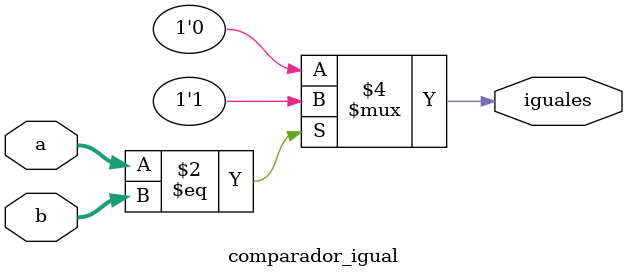
<source format=sv>
module comparador_igual #(parameter n = 5) 
						(input wire [n-1:0] a,
						 input wire [n-1:0] b,
						 output reg iguales);

    always @* begin
      if (a==b) begin
        iguales = 1;
      end
      else begin
        iguales = 0;
      end
    end
endmodule

</source>
